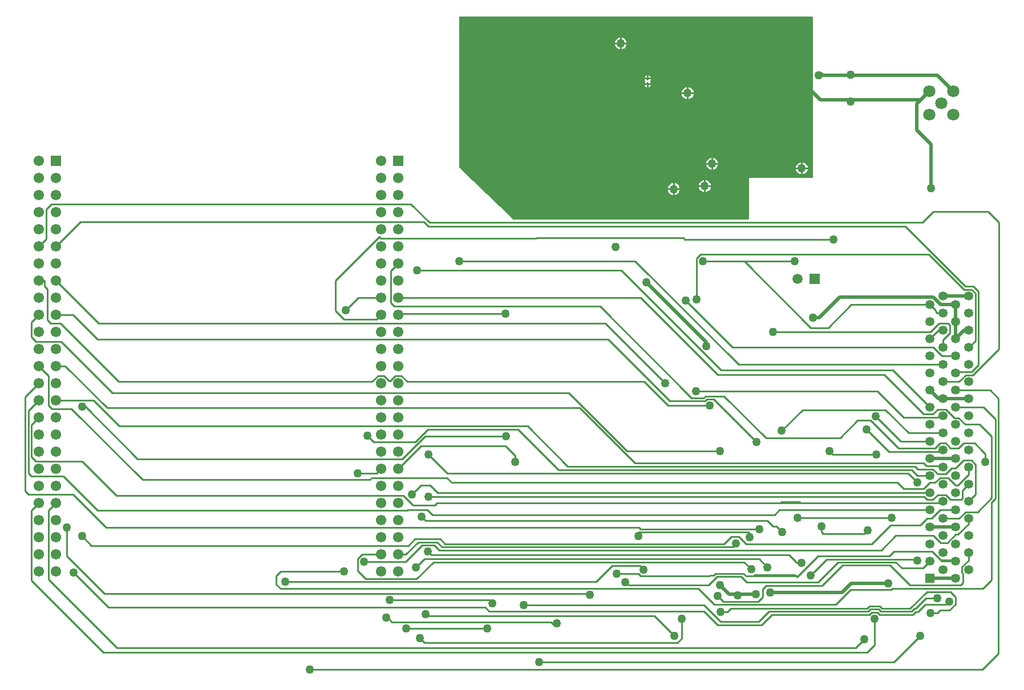
<source format=gbr>
%TF.GenerationSoftware,Altium Limited,Altium Designer,19.0.15 (446)*%
G04 Layer_Physical_Order=2*
G04 Layer_Color=16711680*
%FSLAX26Y26*%
%MOIN*%
%TF.FileFunction,Copper,L2,Bot,Signal*%
%TF.Part,Single*%
G01*
G75*
%TA.AperFunction,Conductor*%
%ADD33C,0.010000*%
%ADD34C,0.019685*%
%TA.AperFunction,ComponentPad*%
%ADD37C,0.070866*%
%ADD38R,0.053150X0.053150*%
%ADD39C,0.053150*%
%ADD40C,0.061024*%
%ADD41R,0.061024X0.061024*%
%ADD42R,0.059055X0.059055*%
%ADD43C,0.059055*%
%TA.AperFunction,ViaPad*%
%ADD44C,0.050000*%
%TA.AperFunction,TestPad*%
%ADD45C,0.050000*%
%TA.AperFunction,ViaPad*%
%ADD46C,0.070866*%
%ADD47C,0.019685*%
G36*
X4653936Y3910771D02*
X4653936Y2969291D01*
X4279527D01*
X4279528Y2731446D01*
X4274854Y2726772D01*
X3695669D01*
X2903511Y2726771D01*
X2586614Y3031780D01*
X2586614Y3912624D01*
X3692132Y3914037D01*
X3692136Y3914033D01*
X4650400Y3914306D01*
X4653936Y3910771D01*
D02*
G37*
%LPC*%
G36*
X3536496Y3791336D02*
Y3761692D01*
X3566140D01*
X3565595Y3765829D01*
X3562068Y3774343D01*
X3556458Y3781654D01*
X3549147Y3787264D01*
X3540633Y3790791D01*
X3536496Y3791336D01*
D02*
G37*
G36*
X3526496D02*
X3522359Y3790791D01*
X3513845Y3787264D01*
X3506534Y3781654D01*
X3500924Y3774343D01*
X3497397Y3765829D01*
X3496852Y3761692D01*
X3526496D01*
Y3791336D01*
D02*
G37*
G36*
X3566140Y3751692D02*
X3536496D01*
Y3722048D01*
X3540633Y3722593D01*
X3549147Y3726120D01*
X3556458Y3731730D01*
X3562068Y3739041D01*
X3565595Y3747555D01*
X3566140Y3751692D01*
D02*
G37*
G36*
X3526496D02*
X3496852D01*
X3497397Y3747555D01*
X3500924Y3739041D01*
X3506534Y3731730D01*
X3513845Y3726120D01*
X3522359Y3722593D01*
X3526496Y3722048D01*
Y3751692D01*
D02*
G37*
G36*
X3694292Y3569789D02*
Y3555552D01*
X3708529D01*
X3707983Y3558294D01*
X3703598Y3564858D01*
X3700512Y3566919D01*
X3697034Y3569243D01*
X3694292Y3569789D01*
D02*
G37*
G36*
X3684292D02*
X3681550Y3569243D01*
X3674986Y3564858D01*
X3670601Y3558294D01*
X3670055Y3555552D01*
X3684292D01*
Y3569789D01*
D02*
G37*
G36*
X3708529Y3545552D02*
X3670055D01*
X3670601Y3542810D01*
X3673196Y3538927D01*
X3674589Y3535178D01*
D01*
D01*
X3673196Y3531430D01*
D01*
X3670601Y3527546D01*
X3670055Y3524804D01*
X3708529D01*
X3707983Y3527546D01*
X3705388Y3531430D01*
X3703995Y3535178D01*
X3705388Y3538927D01*
X3707983Y3542810D01*
X3708529Y3545552D01*
D02*
G37*
G36*
Y3514804D02*
X3694292D01*
Y3500567D01*
X3697034Y3501113D01*
X3703598Y3505498D01*
X3707983Y3512062D01*
X3708529Y3514804D01*
D02*
G37*
G36*
X3684292D02*
X3670055D01*
X3670601Y3512062D01*
X3674986Y3505498D01*
X3681550Y3501113D01*
X3684292Y3500567D01*
Y3514804D01*
D02*
G37*
G36*
X3927440Y3500785D02*
Y3471141D01*
X3957084D01*
X3956539Y3475278D01*
X3953013Y3483792D01*
X3947403Y3491104D01*
X3940091Y3496714D01*
X3931577Y3500240D01*
X3927440Y3500785D01*
D02*
G37*
G36*
X3917440D02*
X3913304Y3500240D01*
X3904789Y3496714D01*
X3897478Y3491104D01*
X3891868Y3483792D01*
X3888341Y3475278D01*
X3887797Y3471141D01*
X3917440D01*
Y3500785D01*
D02*
G37*
G36*
X3957084Y3461141D02*
X3927440D01*
Y3431497D01*
X3931577Y3432042D01*
X3940091Y3435569D01*
X3947403Y3441179D01*
X3953013Y3448490D01*
X3956539Y3457004D01*
X3957084Y3461141D01*
D02*
G37*
G36*
X3917440D02*
X3887797D01*
X3888341Y3457004D01*
X3891868Y3448490D01*
X3897478Y3441179D01*
X3904789Y3435569D01*
X3913304Y3432042D01*
X3917440Y3431497D01*
Y3461141D01*
D02*
G37*
G36*
X4070214Y3087656D02*
Y3058012D01*
X4099858D01*
X4099313Y3062149D01*
X4095786Y3070663D01*
X4090176Y3077974D01*
X4082865Y3083584D01*
X4074351Y3087111D01*
X4070214Y3087656D01*
D02*
G37*
G36*
X4060214D02*
X4056077Y3087111D01*
X4047563Y3083584D01*
X4040252Y3077974D01*
X4034642Y3070663D01*
X4031115Y3062149D01*
X4030570Y3058012D01*
X4060214D01*
Y3087656D01*
D02*
G37*
G36*
X4594174Y3061416D02*
Y3031772D01*
X4623818D01*
X4623273Y3035909D01*
X4619746Y3044423D01*
X4614136Y3051734D01*
X4606825Y3057344D01*
X4598311Y3060871D01*
X4594174Y3061416D01*
D02*
G37*
G36*
X4584174D02*
X4580037Y3060871D01*
X4571523Y3057344D01*
X4564212Y3051734D01*
X4558602Y3044423D01*
X4555075Y3035909D01*
X4554530Y3031772D01*
X4584174D01*
Y3061416D01*
D02*
G37*
G36*
X4099858Y3048012D02*
X4070214D01*
Y3018368D01*
X4074351Y3018913D01*
X4082865Y3022440D01*
X4090176Y3028050D01*
X4095786Y3035361D01*
X4099313Y3043875D01*
X4099858Y3048012D01*
D02*
G37*
G36*
X4060214D02*
X4030570D01*
X4030597Y3047809D01*
X4030933Y3045260D01*
X4031115Y3043875D01*
X4034642Y3035361D01*
X4040252Y3028050D01*
X4047563Y3022440D01*
X4056077Y3018913D01*
X4060214Y3018368D01*
Y3048012D01*
D02*
G37*
G36*
X4623818Y3021772D02*
X4594174D01*
Y2992128D01*
X4598311Y2992673D01*
X4606825Y2996200D01*
X4614136Y3001810D01*
X4619746Y3009121D01*
X4623273Y3017635D01*
X4623818Y3021772D01*
D02*
G37*
G36*
X4584174D02*
X4554530D01*
X4555075Y3017635D01*
X4558602Y3009121D01*
X4564212Y3001810D01*
X4571523Y2996200D01*
X4580037Y2992673D01*
X4584174Y2992128D01*
Y3021772D01*
D02*
G37*
G36*
X4027834Y2957478D02*
Y2927834D01*
X4057478D01*
X4056933Y2931971D01*
X4053406Y2940485D01*
X4047796Y2947796D01*
X4040485Y2953406D01*
X4031971Y2956933D01*
X4027834Y2957478D01*
D02*
G37*
G36*
X4017834D02*
X4013697Y2956933D01*
X4005183Y2953406D01*
X3997872Y2947796D01*
X3992262Y2940485D01*
X3988735Y2931971D01*
X3988190Y2927834D01*
X4017834D01*
Y2957478D01*
D02*
G37*
G36*
X3846338Y2939400D02*
Y2909756D01*
X3875982D01*
X3875437Y2913893D01*
X3871910Y2922407D01*
X3866300Y2929718D01*
X3858989Y2935328D01*
X3850475Y2938855D01*
X3846338Y2939400D01*
D02*
G37*
G36*
X3836338D02*
X3832201Y2938855D01*
X3823687Y2935328D01*
X3816376Y2929718D01*
X3810766Y2922407D01*
X3807239Y2913893D01*
X3806694Y2909756D01*
X3836338D01*
Y2939400D01*
D02*
G37*
G36*
X4057478Y2917834D02*
X4027834D01*
Y2888190D01*
X4031971Y2888735D01*
X4040485Y2892262D01*
X4047796Y2897872D01*
X4053406Y2905183D01*
X4056933Y2913697D01*
X4057478Y2917834D01*
D02*
G37*
G36*
X4017834D02*
X3988190D01*
X3988735Y2913697D01*
X3992262Y2905183D01*
X3997872Y2897872D01*
X4005183Y2892262D01*
X4013697Y2888735D01*
X4017834Y2888190D01*
Y2917834D01*
D02*
G37*
G36*
X3875982Y2899756D02*
X3846338D01*
Y2870112D01*
X3850475Y2870657D01*
X3858989Y2874184D01*
X3866300Y2879794D01*
X3871910Y2887105D01*
X3875437Y2895619D01*
X3875982Y2899756D01*
D02*
G37*
G36*
X3836338D02*
X3806694D01*
X3807239Y2895619D01*
X3810766Y2887105D01*
X3816376Y2879794D01*
X3823687Y2874184D01*
X3832201Y2870657D01*
X3836338Y2870112D01*
Y2899756D01*
D02*
G37*
%LPD*%
D33*
X2149389Y1813504D02*
X2178698Y1784195D01*
X2184138D01*
X2213447Y1813504D01*
X2249389D02*
X2283365Y1779528D01*
X2079471D02*
X2113447Y1813504D01*
X599472Y1779528D02*
X2079471D01*
X2283365D02*
X3668976D01*
X2113447Y1813504D02*
X2149389D01*
X2213447D02*
X2249389D01*
X3668976Y1779528D02*
X3809134Y1639370D01*
X259000Y2120000D02*
X599472Y1779528D01*
X2932213Y1500787D02*
X3169000Y1264000D01*
X2404509Y1500787D02*
X2932213D01*
X2329722Y1426000D02*
X2404509Y1500787D01*
X602552Y1520000D02*
X2986666D01*
X452434Y1670118D02*
X602552Y1520000D01*
X2986666D02*
X3222050Y1284616D01*
X2255000Y1326000D02*
X2388055Y1459055D01*
X2862231D01*
X2913122Y1308822D02*
Y1346878D01*
X2858000Y1402000D02*
X2913122Y1346878D01*
X3635346Y875591D02*
Y897552D01*
X3637518Y899724D01*
X1714000Y98000D02*
X5645244D01*
X3054000Y140000D02*
X5128000D01*
X5645244Y98000D02*
X5737953Y190709D01*
X2243584Y2176772D02*
X2857480D01*
X2240828Y2179528D02*
X2243584Y2176772D01*
X2408956Y2688032D02*
X5194252D01*
X5544882Y2337402D01*
X5590158D01*
X5621104Y2306455D01*
X5332612Y2524000D02*
X5538036Y2318576D01*
X5580120D01*
X5603230Y2295468D01*
X3998000Y2524000D02*
X5332612D01*
X5677559Y2773228D02*
X5740552Y2710235D01*
X5357126Y2773228D02*
X5677559D01*
X5457000Y551874D02*
X5488874Y520000D01*
X5320874Y551874D02*
X5457000D01*
X5222543Y453543D02*
X5320874Y551874D01*
X5342000Y426000D02*
X5381512D01*
X5397638Y442126D01*
X5452688D01*
X5488874Y478312D01*
Y520000D01*
X4073756Y1677244D02*
X4325016Y1425984D01*
X3039430Y2619764D02*
X3897925D01*
X3905878Y2611811D01*
X4775197D01*
X4131301Y493652D02*
X4334526D01*
X4097000Y527953D02*
X4131301Y493652D01*
X4389000Y694882D02*
X4395882D01*
X4340882Y743000D02*
X4389000Y694882D01*
X4561921Y720079D02*
X4589370D01*
X4516000Y766000D02*
X4561921Y720079D01*
X5646748Y569748D02*
X5697000Y620000D01*
X5118222Y569748D02*
X5646748D01*
X5110600Y562126D02*
X5118222Y569748D01*
X4804834Y493652D02*
X4873308Y562126D01*
X5110600D01*
X5139418Y723779D02*
X5174198Y689000D01*
X4801779Y723779D02*
X5139418D01*
X4567716Y642126D02*
X4685118Y759528D01*
X4640064Y646064D02*
X4735654Y741654D01*
X4683276Y605276D02*
X4801779Y723779D01*
X4735654Y741654D02*
X5258779D01*
X5265716Y734716D01*
X4685118Y759528D02*
X5101528D01*
X5129000Y787000D01*
X5102968Y705905D02*
X5219874Y589000D01*
X4828905Y705905D02*
X5102968D01*
X4709000Y586000D02*
X4828905Y705905D01*
X3983734Y569874D02*
X4077830Y475778D01*
X4334526Y493652D02*
X4360000Y519126D01*
X4077830Y475778D02*
X4786958D01*
X4792432Y481252D01*
X1543200Y569874D02*
X3983734D01*
X3577166Y591732D02*
X4044858D01*
X1518504Y594570D02*
X1543200Y569874D01*
X4792432Y481252D02*
X4804832Y493652D01*
X2277098Y337252D02*
X2752512D01*
X538850Y459150D02*
X2739588D01*
X333000Y665000D02*
X538850Y459150D01*
X2761244Y502756D02*
X2782000Y482000D01*
X2179528Y502756D02*
X2761244D01*
X3340943Y540945D02*
X3349888Y532000D01*
X513055Y540945D02*
X3340943D01*
X295000Y759000D02*
X513055Y540945D01*
X2160236Y399606D02*
X2171394D01*
X2195874Y375126D01*
X2739588Y459150D02*
X2762612Y436126D01*
X4750196Y1374804D02*
X4772000Y1353000D01*
X4380000Y1450000D02*
X4813858D01*
X3037776Y2618110D02*
X3039430Y2619764D01*
X2127890Y2618110D02*
X3037776D01*
X2120000Y2626000D02*
X2127890Y2618110D01*
X4705118Y900787D02*
X4714568Y891338D01*
X4953149D01*
X4705118Y900787D02*
Y934130D01*
X4953149Y891338D02*
X4973228Y911417D01*
X4441338Y933071D02*
X4473228Y901181D01*
X4420929Y933071D02*
X4441338D01*
X4284646Y871260D02*
Y892354D01*
X4277276Y899724D02*
X4284646Y892354D01*
X4265024Y830252D02*
X4999252D01*
X4221654Y873622D02*
X4265024Y830252D01*
X4177166Y873622D02*
X4221654D01*
X4203543Y826543D02*
Y833465D01*
X4189370Y812370D02*
X4203543Y826543D01*
X3637518Y899724D02*
X4277276D01*
X3647248Y917598D02*
X4341248D01*
X3638682Y926164D02*
X3647248Y917598D01*
X3156693Y360009D02*
Y367716D01*
X3147684Y351000D02*
X3156693Y360009D01*
X3728923Y409842D02*
X3845000Y293766D01*
X2403182Y409842D02*
X3728923D01*
X2391748Y421276D02*
X2403182Y409842D01*
X4044858Y591732D02*
X4093126Y640000D01*
X4248718Y657874D02*
X4264466Y642126D01*
X4085722Y657874D02*
X4248718D01*
X4075596Y647748D02*
X4085722Y657874D01*
X4053252Y647748D02*
X4075596D01*
X4234740Y640000D02*
X4269464Y605276D01*
X4093126Y640000D02*
X4234740D01*
X4047630Y642126D02*
X4053252Y647748D01*
X4113000Y434000D02*
X4154472D01*
X4174016Y453543D01*
X4969660Y453543D01*
X4983505Y467388D01*
X4990908Y449514D02*
X5037092D01*
X4977064Y435669D02*
X4990908Y449514D01*
X4998312Y431640D02*
X5029688D01*
X4984467Y417795D02*
X4998312Y431640D01*
X4397117Y435669D02*
X4977064D01*
X4337574Y376126D02*
X4397117Y435669D01*
X4414991Y417795D02*
X4984467D01*
X4355448Y358252D02*
X4414991Y417795D01*
X4115126Y376126D02*
X4337574D01*
X4016252Y475000D02*
X4115126Y376126D01*
X4097252Y358252D02*
X4355448D01*
X4019378Y436126D02*
X4097252Y358252D01*
X5014000Y240000D02*
Y393766D01*
X5043533Y417795D02*
X5237350D01*
X5029688Y431640D02*
X5043533Y417795D01*
X5050936Y435669D02*
X5229947D01*
X5037092Y449514D02*
X5050936Y435669D01*
X5058340Y453543D02*
X5222543D01*
X5044495Y467388D02*
X5058340Y453543D01*
X4983505Y467388D02*
X5044495D01*
X5253729Y434174D02*
X5268864D01*
X5237350Y417795D02*
X5253729Y434174D01*
X5246326Y452048D02*
X5253048D01*
X5229947Y435669D02*
X5246326Y452048D01*
X3633170Y658268D02*
X3649312Y642126D01*
X3506299Y658268D02*
X3633170D01*
X3643032Y701968D02*
X3665000Y680000D01*
X3480968Y701968D02*
X3643032D01*
X3387858Y608858D02*
X3480968Y701968D01*
X3557296Y608268D02*
X3560630D01*
X3577166Y591732D01*
X5737953Y190709D02*
Y1681175D01*
X5253048Y452048D02*
X5315000Y514000D01*
X5698874Y1099874D02*
Y1460126D01*
X5617578Y1018578D02*
X5698874Y1099874D01*
X5629000Y1530000D02*
X5698874Y1460126D01*
X5651872Y1629128D02*
X5720079Y1560921D01*
Y1095801D02*
Y1560921D01*
X5697000Y1072722D02*
X5720079Y1095801D01*
X5690000Y1729128D02*
X5737953Y1681175D01*
X5697126Y620126D02*
Y1072848D01*
X5697000Y620000D02*
X5697126Y620126D01*
X5697000Y620000D02*
Y1072722D01*
X4254000Y2483000D02*
X4548376D01*
X5740552Y1971274D02*
Y2710235D01*
X164000Y2337000D02*
Y2370118D01*
X4668362Y1029128D02*
X5338778D01*
X4459096D02*
X4668362D01*
X2431874Y1000000D02*
X4429968D01*
X2762612Y436126D02*
X4019378D01*
X4465220Y1071000D02*
X4582622D01*
X5641000Y1378000D02*
X5661000Y1358000D01*
X5600000Y1419000D02*
X5641000Y1378000D01*
X2292786Y375126D02*
X2736824D01*
X2195874D02*
X2261410D01*
X4269464Y605276D02*
X4683276D01*
X5400664Y736452D02*
X5407988Y729128D01*
X5350116Y787000D02*
X5400664Y736452D01*
X4562590Y637000D02*
X4567716Y642126D01*
X4557464D02*
X4562590Y637000D01*
X4549272Y650318D02*
X4557464Y642126D01*
X4567716D01*
X4307688D02*
X4557464D01*
X4264466D02*
X4307688D01*
X5111000Y985000D02*
X5114000D01*
X4563000D02*
X5111000D01*
X4804832Y493652D02*
X4873308Y562126D01*
X4804832Y493652D02*
X4804834D01*
X3974000Y2264564D02*
Y2500000D01*
Y2261000D02*
Y2264564D01*
X4878128Y2229128D02*
X5338778D01*
X4642000Y2095000D02*
X4744000D01*
X4254000Y2483000D02*
X4642000Y2095000D01*
X4012134Y2483000D02*
X4254000D01*
X1864960Y2192126D02*
Y2370960D01*
X1913386Y2143700D02*
X2105000D01*
X2231418Y2170118D02*
X2240828Y2179528D01*
X2382814Y2714174D02*
X2408956Y2688032D01*
X5496102Y1836452D02*
X5580452D01*
X131418Y2570118D02*
X174804Y2613504D01*
X204142Y2816142D02*
X2306124D01*
X5547438Y1818578D02*
X5587856D01*
X4429968Y1000000D02*
X4459096Y1029128D01*
X2402132Y1029742D02*
X2431874Y1000000D01*
X2288252Y1029742D02*
X2402132D01*
X2284510Y1026000D02*
X2288252Y1029742D01*
X475000Y1026000D02*
X2284510D01*
X88000Y1226000D02*
X275000D01*
X70000Y1244000D02*
Y1608700D01*
X131418Y1670118D01*
X2188000Y2426700D02*
X2231418Y2470118D01*
X3412000Y2219000D02*
X3946040Y1684960D01*
X4016056D01*
X4991874Y1552268D02*
X5155142Y1389000D01*
X5367860D02*
X5397860Y1419000D01*
X5429700D01*
X5459022Y1389678D02*
X5505120D01*
X5534442Y1419000D01*
X5661000Y1310000D02*
Y1358000D01*
X4388000Y966000D02*
X4420929Y933071D01*
X2392748Y966000D02*
X4388000D01*
X2357000Y281504D02*
X2384504Y254000D01*
X3863000D01*
X3889000Y280000D01*
X2105300Y1244000D02*
X2131418Y1270118D01*
X5174198Y689000D02*
X5298650D01*
X4967000Y1501394D02*
X5099394Y1369000D01*
X5403652D01*
X5022000Y1576000D02*
X5168872Y1429128D01*
X5378872Y1569000D02*
X5413780Y1579128D01*
X5030898Y1722834D02*
X5184732Y1569000D01*
X5121780Y1846126D02*
X5338778Y1629128D01*
X4117998Y1846126D02*
X5121780D01*
X3533124Y2431000D02*
X4117998Y1846126D01*
X5563780Y734920D02*
Y779128D01*
X5524330Y695470D02*
X5563780Y734920D01*
X5524330Y662786D02*
Y695470D01*
Y662786D02*
X5530000Y657116D01*
Y602000D02*
Y657116D01*
X5517000Y589000D02*
X5530000Y602000D01*
X5219874Y589000D02*
X5517000D01*
X4380000Y586000D02*
X4709000D01*
X4360000Y566000D02*
X4380000Y586000D01*
X4360000Y519126D02*
Y566000D01*
X1544686Y669096D02*
X1915354D01*
X5488778Y1629128D02*
X5651872D01*
X3910630Y2254166D02*
X4185796Y1979000D01*
X5358116D01*
X3974000Y2500000D02*
X3998000Y2524000D01*
X5603230Y2018578D02*
Y2295468D01*
X5507988Y979128D02*
X5547438Y1018578D01*
X5505120Y1568578D02*
X5543698Y1530000D01*
X5430122Y1618578D02*
X5480122Y1568578D01*
X5071458Y1819000D02*
X5300780Y1589678D01*
X4097660Y1819000D02*
X5071458D01*
X3646542Y2270118D02*
X4097660Y1819000D01*
X2231418Y2270118D02*
X3646542D01*
X5488778Y1729128D02*
X5690000D01*
X4472000Y1493000D02*
X4593000Y1614000D01*
X5079000D01*
X5213872Y1479128D02*
X5413780D01*
X88000Y1526700D02*
X131418Y1570118D01*
X88000Y1340000D02*
Y1526700D01*
Y1340000D02*
X114000Y1314000D01*
X2442872Y1055998D02*
X2457874Y1071000D01*
X4465220D01*
X4471126Y1076906D01*
X4576716D01*
X4582622Y1071000D01*
X5405652D01*
X3649312Y642126D02*
X4047630D01*
X5407988Y729128D02*
X5488778D01*
X2965000Y475000D02*
X4016252D01*
X5338778Y2229128D02*
X5370904Y2197002D01*
Y2190000D02*
Y2197002D01*
X481536Y2120000D02*
X3440000D01*
X231418Y2370118D02*
X481536Y2120000D01*
X201000D02*
X259000D01*
X330882Y2170118D02*
X475000Y2026000D01*
X3817040Y1667086D02*
X4023460D01*
X4033618Y1677244D01*
X88000Y2126700D02*
X131418Y2170118D01*
X88000Y2040000D02*
X114000Y2014000D01*
X260000D01*
X560000Y1714000D02*
X3229000D01*
X3569000Y1374000D01*
X4111000D01*
X386000Y1632000D02*
X403000D01*
X5406456Y1286452D02*
X5413780Y1279128D01*
X131418Y1870118D02*
X188000Y1813536D01*
Y1640000D02*
X208000Y1620000D01*
X322026D02*
X736180Y1205846D01*
X5147832Y1190000D02*
X5184706Y1153126D01*
X5368538Y1189678D02*
X5397438Y1218578D01*
X5500698Y1173000D02*
X5563780Y1236082D01*
Y1279128D01*
X2291504Y821748D02*
X2329378Y859622D01*
X2476622D02*
X2506000Y830244D01*
X4133788D02*
X4177166Y873622D01*
X4999252Y830252D02*
X5109486Y940486D01*
X5320968Y980000D02*
X5349436D01*
X5398564Y1029128D02*
X5488778D01*
X3638518Y926000D02*
X3638682Y926164D01*
X52000Y1140000D02*
X72000Y1120000D01*
X52000Y1140000D02*
Y1690700D01*
X231418Y1670118D02*
X452434D01*
X3222050Y1284616D02*
X5252750D01*
X5268788Y1268578D01*
X5355120D01*
X5464002Y1273558D02*
X5489000D01*
X5534442Y1319000D01*
X5580000D01*
X5605920Y1293080D01*
Y1121268D02*
Y1293080D01*
X5563780Y1079128D02*
X5605920Y1121268D01*
X188000Y623000D02*
Y1026700D01*
X4904234Y222000D02*
X4956000Y273766D01*
X88000Y1026700D02*
X131418Y1070118D01*
X88000Y616000D02*
X508000Y196000D01*
X4970000D02*
X5014000Y240000D01*
X2336000Y693000D02*
X2386000Y743000D01*
X4340882D01*
X2050394Y1463606D02*
X2088000Y1426000D01*
X2329722D01*
X3169000Y1264000D02*
X5230000D01*
X2516748Y1245252D02*
X5209748D01*
X2407000Y1108000D02*
X5304114D01*
X5322436Y1089678D01*
X5355120D01*
X5384020Y1118578D02*
X5430122D01*
X5321000Y1129128D02*
X5338778D01*
X2461000Y1131000D02*
X5321000Y1129128D01*
X2418126Y1173874D02*
X2461000Y1131000D01*
X2031000Y726000D02*
X2273000D01*
X2440874Y823874D02*
X2470252Y794496D01*
X5054496D02*
X5139000Y879000D01*
X5358116D01*
X5400116Y837000D02*
X5440588D01*
X5489022Y885434D02*
X5501034D01*
X5563780Y948180D01*
Y979128D01*
X2275622Y770118D02*
X2347252Y841748D01*
X2458748D01*
X2488126Y812370D01*
X4189370D01*
X1993000Y673732D02*
X2040000Y626732D01*
X2338732D01*
X2437000Y725000D01*
X4251000D01*
X5128000Y140000D02*
X5282000Y294000D01*
X4221872Y1879128D02*
X5413780D01*
X4772000Y1353000D02*
X5024000D01*
X5340000Y2069000D02*
X5390000Y2119000D01*
X5443114D01*
X5453230Y2108884D01*
X5440588Y837000D02*
X5489022Y885434D01*
X1518504Y642914D02*
X1544686Y669096D01*
X1518504Y594570D02*
Y642914D01*
X1573814Y608858D02*
X3387858D01*
X1864960Y2370960D02*
X2120000Y2626000D01*
X231418Y2570118D02*
X375474Y2714174D01*
X2382814D01*
X1997678Y2270118D02*
X2131418D01*
X1924804Y2197244D02*
X1997678Y2270118D01*
X1864960Y2192126D02*
X1913386Y2143700D01*
X2105000D02*
X2131418Y2170118D01*
X2736824Y375126D02*
X3123558D01*
X3147684Y351000D01*
X3910630Y2250788D02*
Y2254166D01*
X2261410Y375126D02*
X2292786D01*
X4307688Y642126D02*
X4315880Y650318D01*
X4549272D01*
X5621104Y1877104D02*
Y2306455D01*
X5292952Y2709056D02*
X5357126Y2773228D01*
X2413210Y2709056D02*
X5292952D01*
X2306124Y2816142D02*
X2413210Y2709056D01*
X5587856Y1818578D02*
X5740552Y1971274D01*
X174804Y2786804D02*
X204142Y2816142D01*
X174804Y2613504D02*
Y2786804D01*
X4744000Y2095000D02*
X4878128Y2229128D01*
X5413780Y1779128D02*
X5507988D01*
X5547438Y1818578D01*
X3440000Y2120000D02*
X3793174Y1766826D01*
X131418Y2370118D02*
X164000D01*
Y2337000D02*
X181000Y2320000D01*
Y2140000D02*
Y2320000D01*
Y2140000D02*
X201000Y2120000D01*
X3809134Y1639370D02*
X4051700D01*
X4033618Y1677244D02*
X4073756D01*
X3458126Y2026000D02*
X3817040Y1667086D01*
X475000Y2026000D02*
X3458126D01*
X231418Y2170118D02*
X330882D01*
X403000Y1632000D02*
X709000Y1326000D01*
X2255000D01*
X231418Y1870118D02*
X285596D01*
X529714Y1626000D01*
X3290000D01*
X3613000Y1303000D01*
X5299748D01*
X5316296Y1286452D01*
X5406456D01*
X383000Y876000D02*
X437252Y821748D01*
X2291504D01*
X2329378Y859622D02*
X2476622D01*
X2506000Y830244D02*
X4133788D01*
X5109486Y940486D02*
X5281454D01*
X5320968Y980000D01*
X5349436D02*
X5398564Y1029128D01*
X5355120Y1268578D02*
X5384020Y1239678D01*
X5430122D01*
X5464002Y1273558D01*
X70000Y1244000D02*
X88000Y1226000D01*
X275000D02*
X475000Y1026000D01*
X295000Y759000D02*
Y928000D01*
X5264872Y1229128D02*
X5338778D01*
X5230000Y1264000D02*
X5264872Y1229128D01*
X2364874Y1173874D02*
X2418126D01*
X2312000Y1121000D02*
X2364874Y1173874D01*
X2367748Y991000D02*
X2392748Y966000D01*
X3889000Y280000D02*
Y393766D01*
X2231418Y1270118D02*
X2363300Y1402000D01*
X2858000D01*
X1995000Y1244000D02*
X2105300D01*
X2020000Y770118D02*
X2131418D01*
X1993000Y743118D02*
X2020000Y770118D01*
X1993000Y673732D02*
Y743118D01*
X4251000Y725000D02*
X4294000Y682000D01*
X5403652Y1369000D02*
X5413780Y1379128D01*
X5168872Y1429128D02*
X5338778D01*
X3970078Y1722834D02*
X5030898D01*
X5184732Y1569000D02*
X5378872D01*
X2340000Y2431000D02*
X3533124D01*
X2587000Y2485000D02*
X3616000D01*
X4221872Y1879128D01*
X5315000Y514000D02*
X5380000D01*
X5407988Y1929128D02*
X5488778D01*
X5358116Y1979000D02*
X5407988Y1929128D01*
X4420000Y2069000D02*
X5340000D01*
X5453230Y2062786D02*
Y2108884D01*
X5413780Y2023336D02*
X5453230Y2062786D01*
X5413780Y1979128D02*
Y2023336D01*
X5563780Y1979128D02*
X5603230Y2018578D01*
X5298650Y689000D02*
X5338778Y729128D01*
X5129000Y787000D02*
X5350116D01*
X5400664Y736452D02*
X5481454D01*
X5488778Y729128D01*
X5580452Y1836452D02*
X5621104Y1877104D01*
X5488778Y1829128D02*
X5496102Y1836452D01*
X5388778Y2079128D02*
X5413780D01*
X5338778Y2029128D02*
X5388778Y2079128D01*
X5370904Y2190000D02*
X5381776Y2179128D01*
X5413780D01*
X88000Y2040000D02*
Y2126700D01*
X260000Y2014000D02*
X560000Y1714000D01*
X188000Y1640000D02*
Y1813536D01*
X208000Y1620000D02*
X322026D01*
X736180Y1205846D02*
X2064238D01*
X2076392Y1218000D01*
X2515000D01*
X2543000Y1190000D01*
X5147832D01*
X5184706Y1153126D02*
X5301874D01*
X5338426Y1189678D01*
X5368538D01*
X5397438Y1218578D02*
X5443536D01*
X5489114Y1173000D01*
X5500698D01*
X52000Y1690700D02*
X131418Y1770118D01*
X72000Y1120000D02*
X330000D01*
X524000Y926000D01*
X3638518D01*
X5268864Y434174D02*
X5310438Y475748D01*
X5432748D01*
X5451000Y494000D01*
X114000Y1314000D02*
X383000D01*
X583000Y1114000D01*
X2260126D01*
X2318128Y1055998D01*
X2442872D01*
X5405652Y1071000D02*
X5413780Y1079128D01*
X188000Y1026700D02*
X231418Y1070118D01*
X188000Y623000D02*
X589000Y222000D01*
X4904234D01*
X88000Y616000D02*
Y1026700D01*
X508000Y196000D02*
X4970000D01*
X2403000Y786000D02*
X2423000Y766000D01*
X4516000D01*
X2188000Y2240000D02*
Y2426700D01*
Y2240000D02*
X2209000Y2219000D01*
X3412000D01*
X4016056Y1684960D02*
X4026214Y1695118D01*
X4134882D01*
X4380000Y1450000D01*
X4813858D02*
X4916126Y1552268D01*
X4991874D01*
X5155142Y1389000D02*
X5367860D01*
X5429700Y1419000D02*
X5459022Y1389678D01*
X5534442Y1419000D02*
X5600000D01*
X2409000Y1353000D02*
X2516748Y1245252D01*
X5209748D02*
X5264000Y1191000D01*
X5355120Y1089678D02*
X5384020Y1118578D01*
X5430122D02*
X5459022Y1089678D01*
X5520488D01*
X5528228Y1097418D01*
Y1143576D01*
X5563780Y1179128D01*
X5300780Y1589678D02*
X5355120D01*
X5384020Y1618578D01*
X5430122D01*
X5480122Y1568578D02*
X5505120D01*
X5543698Y1530000D02*
X5629000D01*
X5547438Y1018578D02*
X5617578D01*
X5413780Y979128D02*
X5507988D01*
X2273000Y726000D02*
X2370874Y823874D01*
X2440874D01*
X2470252Y794496D02*
X5054496D01*
X5358116Y879000D02*
X5400116Y837000D01*
X2231418Y770118D02*
X2275622D01*
X5079000Y1614000D02*
X5213872Y1479128D01*
D34*
X5283029Y3427165D02*
X5334034Y3478171D01*
X4697638Y3427165D02*
X5283029D01*
X4643307Y3481496D02*
X4697638Y3427165D01*
X5261024Y3248819D02*
X5344095Y3165748D01*
Y2909843D02*
Y3165748D01*
X4692150Y2153150D02*
X4812420Y2273420D01*
X4655512Y2153150D02*
X4692150D01*
X5488778Y2029128D02*
Y2129128D01*
Y2229128D01*
X5261024Y3405160D02*
X5334034Y3478171D01*
X5261024Y3248819D02*
Y3405160D01*
X5380139Y3571260D02*
X5473228Y3478171D01*
X4687795Y3571260D02*
X5380139D01*
X4687795D02*
X4701970D01*
X4706300Y3575590D01*
X4031072Y1986614D02*
Y2010268D01*
X3679922Y2361418D02*
X4031072Y2010268D01*
X4826000Y548000D02*
X4878000Y600000D01*
X5094912D01*
X4404000Y548000D02*
X4826000D01*
X4220434Y537000D02*
X4322000D01*
X4164000D02*
X4220434D01*
X4220442Y537008D01*
X4214960Y531526D02*
X4220434Y537000D01*
X3679922Y2361418D02*
X3994339Y2046999D01*
X4003422Y2037916D01*
X5357126Y2273420D02*
X5376418Y2254128D01*
Y2253850D02*
Y2254128D01*
X5401140Y2229128D02*
X5488778D01*
X5376418Y2253850D02*
X5401140Y2229128D01*
X4812420Y2273420D02*
X5357126D01*
X4110000Y591000D02*
X4164000Y537000D01*
X5488778Y2029128D02*
X5538778Y2079128D01*
X5563780D01*
X5338778Y929128D02*
X5488778D01*
X5388778Y1679128D02*
X5413780D01*
X5338778Y629128D02*
X5488778D01*
X5413780Y1679128D02*
Y1679130D01*
X4220442Y537008D02*
X4321654D01*
X5413780Y2279128D02*
X5563780D01*
X5338778Y1329128D02*
X5488778D01*
X5338778Y1729128D02*
X5388778Y1679128D01*
X5413780Y1679130D02*
X5563780Y1679128D01*
D37*
X5403631Y3408573D02*
D03*
X5334034Y3338976D02*
D03*
Y3478171D02*
D03*
X5473228Y3338976D02*
D03*
Y3478171D02*
D03*
D38*
X5338778Y629128D02*
D03*
D39*
Y729128D02*
D03*
Y829128D02*
D03*
Y929128D02*
D03*
Y1029128D02*
D03*
Y1129128D02*
D03*
Y1229128D02*
D03*
Y1329128D02*
D03*
Y1429128D02*
D03*
Y1529128D02*
D03*
Y1629128D02*
D03*
Y1729128D02*
D03*
Y1829128D02*
D03*
Y1929128D02*
D03*
Y2029128D02*
D03*
Y2129128D02*
D03*
Y2229128D02*
D03*
X5413780Y679128D02*
D03*
Y779128D02*
D03*
Y879128D02*
D03*
Y979128D02*
D03*
Y1079128D02*
D03*
Y1179128D02*
D03*
Y1279128D02*
D03*
Y1379128D02*
D03*
Y1479128D02*
D03*
Y1579128D02*
D03*
Y1679128D02*
D03*
Y1779128D02*
D03*
Y1879128D02*
D03*
Y1979128D02*
D03*
Y2079128D02*
D03*
Y2179128D02*
D03*
Y2279128D02*
D03*
X5488778Y629128D02*
D03*
X5563780Y679128D02*
D03*
X5488778Y729128D02*
D03*
Y829128D02*
D03*
Y929128D02*
D03*
Y1029128D02*
D03*
Y1129128D02*
D03*
Y1229128D02*
D03*
Y1329128D02*
D03*
Y1429128D02*
D03*
Y1529128D02*
D03*
Y1629128D02*
D03*
Y1729128D02*
D03*
Y1829128D02*
D03*
Y1929128D02*
D03*
Y2029128D02*
D03*
Y2129128D02*
D03*
Y2229128D02*
D03*
X5563780Y779128D02*
D03*
Y879128D02*
D03*
Y979128D02*
D03*
Y1079128D02*
D03*
Y1179128D02*
D03*
Y1279128D02*
D03*
Y1379128D02*
D03*
Y1479128D02*
D03*
Y1579128D02*
D03*
Y1679128D02*
D03*
Y1779128D02*
D03*
Y1879128D02*
D03*
Y1979128D02*
D03*
Y2079128D02*
D03*
Y2179128D02*
D03*
Y2279128D02*
D03*
D40*
X2131418Y670118D02*
D03*
Y770118D02*
D03*
Y870118D02*
D03*
Y970118D02*
D03*
Y1070118D02*
D03*
Y1170118D02*
D03*
Y1270118D02*
D03*
Y1370118D02*
D03*
Y1470118D02*
D03*
Y1570118D02*
D03*
Y1670118D02*
D03*
Y1770118D02*
D03*
Y1870118D02*
D03*
Y1970118D02*
D03*
Y2070118D02*
D03*
Y2170118D02*
D03*
Y2270118D02*
D03*
Y2370118D02*
D03*
Y2470118D02*
D03*
Y2570118D02*
D03*
Y2670118D02*
D03*
Y2770118D02*
D03*
Y2870118D02*
D03*
Y2970118D02*
D03*
Y3070118D02*
D03*
X2231418Y670118D02*
D03*
Y770118D02*
D03*
Y870118D02*
D03*
Y970118D02*
D03*
Y1070118D02*
D03*
Y1170118D02*
D03*
Y1270118D02*
D03*
Y1370118D02*
D03*
Y1470118D02*
D03*
Y1570118D02*
D03*
Y1670118D02*
D03*
Y1770118D02*
D03*
Y1870118D02*
D03*
Y1970118D02*
D03*
Y2070118D02*
D03*
Y2170118D02*
D03*
Y2270118D02*
D03*
Y2370118D02*
D03*
Y2470118D02*
D03*
Y2570118D02*
D03*
Y2670118D02*
D03*
Y2770118D02*
D03*
Y2870118D02*
D03*
Y2970118D02*
D03*
X131418Y670118D02*
D03*
Y770118D02*
D03*
Y870118D02*
D03*
Y970118D02*
D03*
Y1070118D02*
D03*
Y1170118D02*
D03*
Y1270118D02*
D03*
Y1370118D02*
D03*
Y1470118D02*
D03*
Y1570118D02*
D03*
Y1670118D02*
D03*
Y1770118D02*
D03*
Y1870118D02*
D03*
Y1970118D02*
D03*
Y2070118D02*
D03*
Y2170118D02*
D03*
Y2270118D02*
D03*
Y2370118D02*
D03*
Y2470118D02*
D03*
Y2570118D02*
D03*
Y2670118D02*
D03*
Y2770118D02*
D03*
Y2870118D02*
D03*
Y2970118D02*
D03*
Y3070118D02*
D03*
X231418Y670118D02*
D03*
Y770118D02*
D03*
Y870118D02*
D03*
Y970118D02*
D03*
Y1070118D02*
D03*
Y1170118D02*
D03*
Y1270118D02*
D03*
Y1370118D02*
D03*
Y1470118D02*
D03*
Y1570118D02*
D03*
Y1670118D02*
D03*
Y1770118D02*
D03*
Y1870118D02*
D03*
Y1970118D02*
D03*
Y2070118D02*
D03*
Y2170118D02*
D03*
Y2270118D02*
D03*
Y2370118D02*
D03*
Y2470118D02*
D03*
Y2570118D02*
D03*
Y2670118D02*
D03*
Y2770118D02*
D03*
Y2870118D02*
D03*
Y2970118D02*
D03*
D41*
X2231418Y3070118D02*
D03*
X231418D02*
D03*
D42*
X4664174Y2380710D02*
D03*
D43*
X4564174D02*
D03*
D44*
X4874803Y3574803D02*
D03*
Y3417323D02*
D03*
X3502756Y2565354D02*
D03*
X5344095Y2909843D02*
D03*
X2862231Y1459055D02*
D03*
X2913122Y1308822D02*
D03*
X3635346Y875591D02*
D03*
X1714000Y98000D02*
D03*
X3054000Y140000D02*
D03*
X4655512Y2153150D02*
D03*
X2857480Y2176772D02*
D03*
X3922440Y3466141D02*
D03*
X4325016Y1425984D02*
D03*
X4589174Y3026772D02*
D03*
X3531496Y3756692D02*
D03*
X4022834Y2922834D02*
D03*
X4031072Y1986614D02*
D03*
X4389000Y694882D02*
D03*
X4589370Y720079D02*
D03*
X5094912Y600000D02*
D03*
X4214960Y531526D02*
D03*
X4097000Y527953D02*
D03*
X2277098Y337252D02*
D03*
X2179528Y502756D02*
D03*
X2160236Y399606D02*
D03*
X2391748Y421276D02*
D03*
X4750196Y1374804D02*
D03*
X4775197Y2611811D02*
D03*
X4705118Y934130D02*
D03*
X4548376Y2483000D02*
D03*
X4473228Y901181D02*
D03*
X3790551Y1769449D02*
D03*
X4284646Y871260D02*
D03*
X4203543Y833465D02*
D03*
X4341248Y917598D02*
D03*
X3156693Y367716D02*
D03*
X4973228Y911417D02*
D03*
X4113000Y434000D02*
D03*
X5014000Y393766D02*
D03*
X4322000Y537000D02*
D03*
X3506299Y658268D02*
D03*
X3557296Y608268D02*
D03*
X1571650Y611022D02*
D03*
X1915354Y669096D02*
D03*
X3841338Y2904756D02*
D03*
X4065214Y3053012D02*
D03*
X4012134Y2483000D02*
D03*
X4404000Y548000D02*
D03*
X3679922Y2361418D02*
D03*
X3845000Y293766D02*
D03*
X5661000Y1310000D02*
D03*
X2367748Y991000D02*
D03*
X2357000Y281504D02*
D03*
X3889000Y393766D02*
D03*
X1995000Y1244000D02*
D03*
X5342000Y426000D02*
D03*
X4967000Y1501394D02*
D03*
X5022000Y1576000D02*
D03*
X3970078Y1722834D02*
D03*
X3665000Y680000D02*
D03*
X2340000Y2431000D02*
D03*
X4563000Y985000D02*
D03*
X5114000D02*
D03*
X3910630Y2254166D02*
D03*
X3974000Y2261000D02*
D03*
X4472000Y1493000D02*
D03*
X5380000Y514000D02*
D03*
X2965000Y475000D02*
D03*
X5451000Y494000D02*
D03*
X333000Y665000D02*
D03*
X4110000Y591000D02*
D03*
X4051700Y1639370D02*
D03*
X4111000Y1374000D02*
D03*
X386000Y1632000D02*
D03*
X383000Y876000D02*
D03*
X295000Y928000D02*
D03*
X3349888Y532000D02*
D03*
X4956000Y273766D02*
D03*
X2403000Y786000D02*
D03*
X2336000Y693000D02*
D03*
X2050394Y1463606D02*
D03*
X2409000Y1353000D02*
D03*
X5264000Y1191000D02*
D03*
X2407000Y1108000D02*
D03*
X2312000Y1121000D02*
D03*
X1924804Y2197244D02*
D03*
X2031000Y726000D02*
D03*
X2752512Y337252D02*
D03*
X2782000Y482000D02*
D03*
X4294000Y682000D02*
D03*
X5282000Y294000D02*
D03*
X2587000Y2485000D02*
D03*
X4640064Y646064D02*
D03*
X5265716Y734716D02*
D03*
X5024000Y1353000D02*
D03*
X4420000Y2069000D02*
D03*
D45*
X4687795Y3571260D02*
D03*
D46*
X5473228Y3478171D02*
D03*
Y3338976D02*
D03*
X5334034Y3478171D02*
D03*
Y3338976D02*
D03*
X5403631Y3408573D02*
D03*
D47*
X3689292Y3519804D02*
D03*
Y3550552D02*
D03*
%TF.MD5,83ea3a3da35a381d961b162081c2b4f3*%
M02*

</source>
